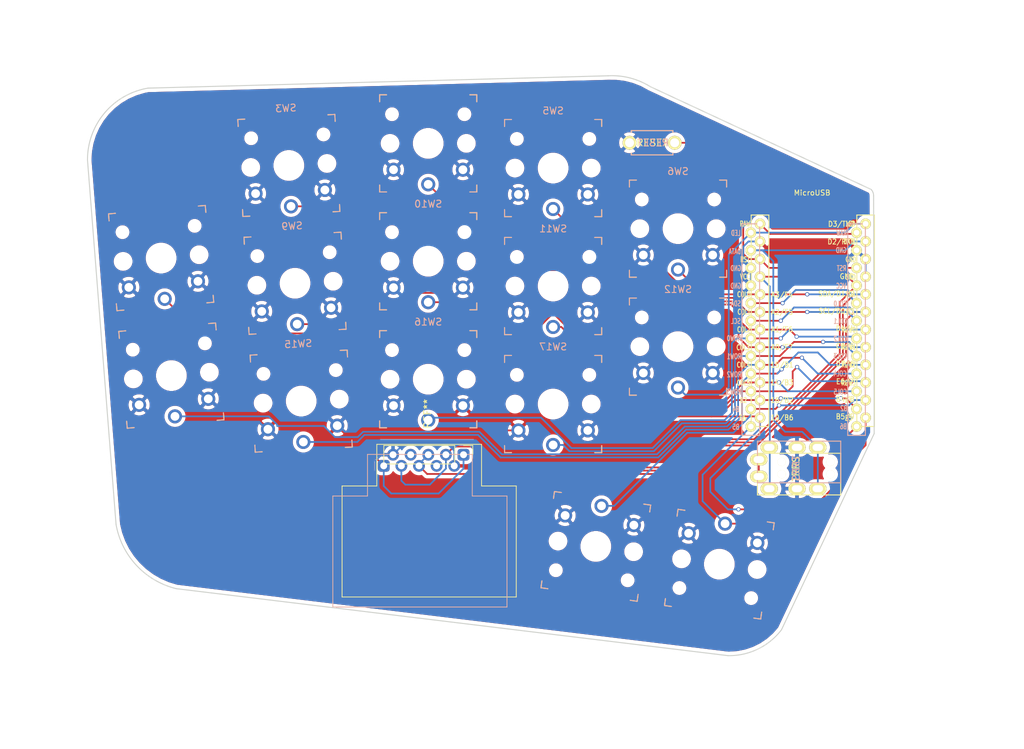
<source format=kicad_pcb>
(kicad_pcb (version 20211014) (generator pcbnew)
  (title_block (title "Corne Light") (date "2018-12-26") (rev "2.1") (company "foostan"))
  (layers (0 "F.Cu" signal) (31 "B.Cu" signal) (34 "B.Paste" user) (35 "F.Paste" user) (36 "B.SilkS" user "B.Silkscreen") (37 "F.SilkS" user "F.Silkscreen") (38 "B.Mask" user) (39 "F.Mask" user) (44 "Edge.Cuts" user))
  (net 0 "")
  (net 1 "row0")
  (net 2 "row1")
  (net 3 "row2")
  (net 4 "row3")
  (net 5 "Net-(D20-Pad2)")
  (net 6 "GND")
  (net 7 "VCC")
  (net 8 "col1")
  (net 9 "col2")
  (net 10 "col3")
  (net 11 "col4")
  (net 12 "col5")
  (net 13 "LED")
  (net 14 "data")
  (net 15 "reset")
  (net 16 "SCL")
  (net 17 "SDA")
  (net 18 "Net-(U1-Pad14)")
  (net 19 "Net-(U1-Pad13)")
  (net 20 "Net-(U1-Pad12)")
  (net 21 "Net-(U1-Pad11)")
  (net 22 "Net-(J1-PadA)")
  (net 23 "Net-(U1-Pad24)")
  (footprint "kbd:MJ-4PP-9" (layer "F.Cu") (at 139.446 72.644 -90)
    (fp_text reference "J1")
    (fp_text value "MJ-4PP-9" hide)
  )
  (footprint "chocs:SW_PG1350_reversible_b2" (layer "F.Cu") (at 41.5071 41.5092 5)
    (fp_text reference "SW2" hide)
    (fp_text value "SW_PUSH" hide)
  )
  (footprint "chocs:SW_PG1350_reversible_b2" (layer "F.Cu") (at 59.9166 28.1634 3)
    (fp_text reference "SW3" hide)
    (fp_text value "SW_PUSH" hide)
  )
  (footprint "chocs:SW_PG1350_reversible_b2" (layer "F.Cu") (at 80 24.98)
    (fp_text reference "SW4" hide)
    (fp_text value "SW_PUSH" hide)
  )
  (footprint "chocs:SW_PG1350_reversible_b2" (layer "F.Cu") (at 98 28.54)
    (fp_text reference "SW5" hide)
    (fp_text value "SW_PUSH" hide)
  )
  (footprint "chocs:SW_PG1350_reversible_b2" (layer "F.Cu") (at 116 37.27)
    (fp_text reference "SW6" hide)
    (fp_text value "SW_PUSH" hide)
  )
  (footprint "chocs:SW_PG1350_reversible_b2" (layer "F.Cu") (at 42.9888 58.4445 5)
    (fp_text reference "SW8" hide)
    (fp_text value "SW_PUSH" hide)
  )
  (footprint "chocs:SW_PG1350_reversible_b2" (layer "F.Cu") (at 60.8063 45.1401 3)
    (fp_text reference "SW9" hide)
    (fp_text value "SW_PUSH" hide)
  )
  (footprint "chocs:SW_PG1350_reversible_b2" (layer "F.Cu") (at 80 41.97)
    (fp_text reference "SW10" hide)
    (fp_text value "SW_PUSH" hide)
  )
  (footprint "chocs:SW_PG1350_reversible_b2" (layer "F.Cu") (at 98 45.54)
    (fp_text reference "SW11" hide)
    (fp_text value "SW_PUSH" hide)
  )
  (footprint "chocs:SW_PG1350_reversible_b2" (layer "F.Cu") (at 116 54.27)
    (fp_text reference "SW12" hide)
    (fp_text value "SW_PUSH" hide)
  )
  (footprint "chocs:SW_PG1350_reversible_b2" (layer "F.Cu") (at 61.6963 62.1218 3)
    (fp_text reference "SW15" hide)
    (fp_text value "SW_PUSH" hide)
  )
  (footprint "chocs:SW_PG1350_reversible_b2" (layer "F.Cu") (at 80 58.97)
    (fp_text reference "SW16" hide)
    (fp_text value "SW_PUSH" hide)
  )
  (footprint "chocs:SW_PG1350_reversible_b2" (layer "F.Cu") (at 98 62.545)
    (fp_text reference "SW17" hide)
    (fp_text value "SW_PUSH" hide)
  )
  (footprint "kbd:ProMicro_v2" (layer "F.Cu") (at 135.382 51.054)
    (fp_text reference "U1" hide)
    (fp_text value "ProMicro" hide)
  )
  (footprint "foostan:ResetSW" (layer "F.Cu") (at 112.268 24.892)
    (fp_text reference "RSW1" hide)
    (fp_text value "Val**")
  )
  (footprint "kbd:pimoroni_trackball_reversible" (layer "F.Cu") (at 85.09 69.85 -90)
    (fp_text reference "REF**")
    (fp_text value "pimoroni_trackball" hide)
  )
  (footprint "chocs:SW_PG1350_reversible_b2" (layer "B.Cu") (at 104.154 83.0631 -8)
    (fp_text reference "SW20" hide)
    (fp_text value "SW_PUSH" hide)
  )
  (footprint "chocs:SW_PG1350_reversible_b2" (layer "B.Cu") (at 121.957 85.6256 -8)
    (fp_text reference "SW21" hide)
    (fp_text value "SW_PUSH" hide)
  )
  (gr_line (start 43.688 89.154) (end 123.19 98.806) (layer "Edge.Cuts") (width 0.15))
  (gr_arc (start 143.816302 31.614407) (mid 144.091288 32.026275) (end 144.187844 32.512) (layer "Edge.Cuts") (width 0.15))
  (gr_arc (start 43.688 89.154) (mid 37.978029 85.819762) (end 35.014644 79.908818) (layer "Edge.Cuts") (width 0.15))
  (gr_arc (start 130.914271 95.075525) (mid 127.498036 97.864039) (end 123.19 98.806) (layer "Edge.Cuts") (width 0.15))
  (gr_line (start 130.914271 95.075525) (end 144.272 66.802) (layer "Edge.Cuts") (width 0.15))
  (gr_line (start 143.816302 31.614407) (end 112.016555 16.811266) (layer "Edge.Cuts") (width 0.15))
  (gr_line (start 105.918 15.24) (end 39.624 17.018) (layer "Edge.Cuts") (width 0.15))
  (gr_arc (start 105.918 15.24) (mid 109.088492 15.555164) (end 112.016555 16.811266) (layer "Edge.Cuts") (width 0.15))
  (gr_line (start 144.272 66.802) (end 144.187844 32.512) (layer "Edge.Cuts") (width 0.15))
  (gr_line (start 30.897623 27.391512) (end 35.014644 79.908818) (layer "Edge.Cuts") (width 0.15))
  (gr_arc (start 30.897623 27.391512) (mid 33.354254 20.600927) (end 39.624 17.018) (layer "Edge.Cuts") (width 0.15))
  (segment (start 130.81 53.086) (end 130.81 53.086) (width 0.25) (layer "F.Cu") (net 1))
  (segment (start 80 64.87) (end 80.164 64.87) (width 0.25) (layer "F.Cu") (net 1))
  (segment (start 126.492 53.086) (end 130.81 53.086) (width 0.25) (layer "F.Cu") (net 1))
  (via (at 130.81 53.086) (size 0.6) (drill 0.4) (layers "F.Cu" "B.Cu") (net 1))
  (segment (start 116.35759 64.87) (end 112.341609 68.885981) (width 0.25) (layer "B.Cu") (net 1))
  (segment (start 130.81 53.086) (end 132.08 51.816) (width 0.25) (layer "B.Cu") (net 1))
  (segment (start 96.266 64.516) (end 80.354 64.516) (width 0.25) (layer "B.Cu") (net 1))
  (segment (start 122.70759 64.87) (end 116.35759 64.87) (width 0.25) (layer "B.Cu") (net 1))
  (segment (start 132.08 51.816) (end 143.0384 51.816) (width 0.25) (layer "B.Cu") (net 1))
  (segment (start 123.760795 53.785205) (end 123.760795 63.816795) (width 0.25) (layer "B.Cu") (net 1))
  (segment (start 126.492 53.086) (end 124.46 53.086) (width 0.25) (layer "B.Cu") (net 1))
  (segment (start 124.46 53.086) (end 123.760795 53.785205) (width 0.25) (layer "B.Cu") (net 1))
  (segment (start 123.760795 63.816795) (end 122.70759 64.87) (width 0.25) (layer "B.Cu") (net 1))
  (segment (start 80.354 64.516) (end 80 64.87) (width 0.25) (layer "B.Cu") (net 1))
  (segment (start 100.635981 68.885981) (end 96.266 64.516) (width 0.25) (layer "B.Cu") (net 1))
  (segment (start 112.341609 68.885981) (end 100.635981 68.885981) (width 0.25) (layer "B.Cu") (net 1))
  (segment (start 136.906 53.594) (end 136.906 53.594) (width 0.25) (layer "F.Cu") (net 2))
  (segment (start 130.68159 55.626) (end 132.71359 53.594) (width 0.25) (layer "F.Cu") (net 2))
  (segment (start 132.71359 53.594) (end 136.906 53.594) (width 0.25) (layer "F.Cu") (net 2))
  (segment (start 126.492 55.626) (end 130.68159 55.626) (width 0.25) (layer "F.Cu") (net 2))
  (via (at 136.906 53.594) (size 0.6) (drill 0.4) (layers "F.Cu" "B.Cu") (net 2))
  (segment (start 141.406999 54.356) (end 143.0384 54.356) (width 0.25) (layer "B.Cu") (net 2))
  (segment (start 136.906 53.594) (end 140.644999 53.594) (width 0.25) (layer "B.Cu") (net 2))
  (segment (start 100.327831 69.335991) (end 112.528009 69.335991) (width 0.25) (layer "B.Cu") (net 2))
  (segment (start 124.210805 56.134) (end 124.718805 55.626) (width 0.25) (layer "B.Cu") (net 2))
  (segment (start 122.89399 65.32001) (end 124.210805 64.003195) (width 0.25) (layer "B.Cu") (net 2))
  (segment (start 112.528009 69.335991) (end 116.54399 65.32001) (width 0.25) (layer "B.Cu") (net 2))
  (segment (start 98 68.445) (end 99.43684 68.445) (width 0.25) (layer "B.Cu") (net 2))
  (segment (start 99.43684 68.445) (end 100.327831 69.335991) (width 0.25) (layer "B.Cu") (net 2))
  (segment (start 124.210805 64.003195) (end 124.210805 56.134) (width 0.25) (layer "B.Cu") (net 2))
  (segment (start 140.644999 53.594) (end 141.406999 54.356) (width 0.25) (layer "B.Cu") (net 2))
  (segment (start 124.718805 55.626) (end 126.492 55.626) (width 0.25) (layer "B.Cu") (net 2))
  (segment (start 116.54399 65.32001) (end 122.89399 65.32001) (width 0.25) (layer "B.Cu") (net 2))
  (segment (start 130.302 58.166) (end 130.048 58.166) (width 0.25) (layer "F.Cu") (net 3))
  (segment (start 130.937 57.531) (end 130.302 58.166) (width 0.25) (layer "F.Cu") (net 3))
  (segment (start 126.492 58.166) (end 130.048 58.166) (width 0.25) (layer "F.Cu") (net 3))
  (via (at 130.937 57.531) (size 0.6) (drill 0.4) (layers "F.Cu" "B.Cu") (net 3))
  (segment (start 130.937 57.531) (end 130.302 58.166) (width 0.25) (layer "B.Cu") (net 3))
  (segment (start 87.1896 66.99801) (end 70.7984 66.99801) (width 0.25) (layer "B.Cu") (net 3))
  (segment (start 136.280999 55.254999) (end 136.144 55.118) (width 0.25) (layer "B.Cu") (net 3))
  (segment (start 123.25081 66.23601) (end 117.15481 66.23601) (width 0.25) (layer "B.Cu") (net 3))
  (segment (start 133.35 55.118) (end 130.937 57.531) (width 0.25) (layer "B.Cu") (net 3))
  (segment (start 125.222 59.436) (end 125.222 64.26482) (width 0.25) (layer "B.Cu") (net 3))
  (segment (start 113.154809 70.236011) (end 90.4276 70.23601) (width 0.25) (layer "B.Cu") (net 3))
  (segment (start 136.144 55.118) (end 133.35 55.118) (width 0.25) (layer "B.Cu") (net 3))
  (segment (start 69.782696 68.013714) (end 62.005082 68.013714) (width 0.25) (layer "B.Cu") (net 3))
  (segment (start 125.222 64.26482) (end 123.25081 66.23601) (width 0.25) (layer "B.Cu") (net 3))
  (segment (start 117.15481 66.23601) (end 113.154809 70.236011) (width 0.25) (layer "B.Cu") (net 3))
  (segment (start 70.7984 66.99801) (end 69.782696 68.013714) (width 0.25) (layer "B.Cu") (net 3))
  (segment (start 90.4276 70.23601) (end 87.1896 66.99801) (width 0.25) (layer "B.Cu") (net 3))
  (segment (start 126.492 58.166) (end 125.222 59.436) (width 0.25) (layer "B.Cu") (net 3))
  (segment (start 137.922 56.896) (end 136.280999 55.254999) (width 0.25) (layer "B.Cu") (net 3))
  (segment (start 143.0384 56.896) (end 137.922 56.896) (width 0.25) (layer "B.Cu") (net 3))
  (segment (start 133.160205 57.214205) (end 133.22441 57.15) (width 0.25) (layer "F.Cu") (net 4))
  (segment (start 81.741001 46.528999) (end 77.802591 46.528999) (width 0.25) (layer "F.Cu") (net 4))
  (segment (start 106.62201 58.78919) (end 106.62201 57.440918) (width 0.25) (layer "F.Cu") (net 4))
  (segment (start 126.492 60.706) (end 131.826 60.706) (width 0.25) (layer "F.Cu") (net 4))
  (segment (start 47.007585 52.373015) (end 42.021319 47.386749) (width 0.25) (layer "F.Cu") (net 4))
  (segment (start 126.492 60.706) (end 124.83959 60.706) (width 0.25) (layer "F.Cu") (net 4))
  (segment (start 77.802591 46.528999) (end 71.958575 52.373015) (width 0.25) (layer "F.Cu") (net 4))
  (segment (start 98.372742 49.19165) (end 97.62035 49.19165) (width 0.25) (layer "F.Cu") (net 4))
  (segment (start 111.265801 63.432981) (end 106.62201 58.78919) (width 0.25) (layer "F.Cu") (net 4))
  (segment (start 94.996 51.816) (end 86.48841 51.816) (width 0.25) (layer "F.Cu") (net 4))
  (segment (start 131.826 60.706) (end 132.525205 60.006795) (width 0.25) (layer "F.Cu") (net 4))
  (segment (start 106.62201 57.440918) (end 98.372742 49.19165) (width 0.25) (layer "F.Cu") (net 4))
  (segment (start 71.958575 52.373015) (end 47.007585 52.373015) (width 0.25) (layer "F.Cu") (net 4))
  (segment (start 132.525205 60.006795) (end 132.525205 57.849205) (width 0.25) (layer "F.Cu") (net 4))
  (segment (start 132.525205 57.849205) (end 133.160205 57.214205) (width 0.25) (layer "F.Cu") (net 4))
  (segment (start 122.112609 63.432981) (end 111.265801 63.432981) (width 0.25) (layer "F.Cu") (net 4))
  (segment (start 82.106205 47.433795) (end 82.106205 46.894203) (width 0.25) (layer "F.Cu") (net 4))
  (segment (start 97.62035 49.19165) (end 94.996 51.816) (width 0.25) (layer "F.Cu") (net 4))
  (segment (start 86.48841 51.816) (end 82.106205 47.433795) (width 0.25) (layer "F.Cu") (net 4))
  (segment (start 82.106205 46.894203) (end 81.741001 46.528999) (width 0.25) (layer "F.Cu") (net 4))
  (segment (start 124.83959 60.706) (end 122.112609 63.432981) (width 0.25) (layer "F.Cu") (net 4))
  (via (at 133.160205 57.214205) (size 0.6) (drill 0.4) (layers "F.Cu" "B.Cu") (net 4))
  (segment (start 135.199001 59.253001) (end 142.855401 59.253001) (width 0.25) (layer "B.Cu") (net 4))
  (segment (start 142.855401 59.253001) (end 143.0384 59.436) (width 0.25) (layer "B.Cu") (net 4))
  (segment (start 133.160205 57.214205) (end 135.199001 59.253001) (width 0.25) (layer "B.Cu") (net 4))
  (segment (start 131.064 46.736) (end 131.064 46.736) (width 0.25) (layer "F.Cu") (net 5))
  (segment (start 127.8184 46.736) (end 131.064 46.736) (width 0.25) (layer "F.Cu") (net 5))
  (segment (start 127.8184 46.736) (end 119.566 46.736) (width 0.25) (layer "F.Cu") (net 5))
  (segment (start 134.62 46.736) (end 131.064 46.736) (width 0.25) (layer "F.Cu") (net 5))
  (segment (start 119.566 46.736) (end 116 43.17) (width 0.25) (layer "F.Cu") (net 5))
  (via (at 134.62 46.736) (size 0.6) (drill 0.4) (layers "F.Cu" "B.Cu") (net 5))
  (segment (start 140.462 46.736) (end 141.732 48.006) (width 0.25) (layer "B.Cu") (net 5))
  (segment (start 140.462 46.736) (end 134.62 46.736) (width 0.25) (layer "B.Cu") (net 5))
  (segment (start 93 66.345) (end 88.575 66.345) (width 0.25) (layer "F.Cu") (net 6))
  (segment (start 88.575 66.345) (end 85 62.77) (width 0.25) (layer "F.Cu") (net 6))
  (segment (start 82.55 68.072) (end 76.708 68.072) (width 0.25) (layer "B.Cu") (net 6))
  (segment (start 125.404999 41.838999) (end 126.492 42.926) (width 0.25) (layer "B.Cu") (net 6))
  (segment (start 83.75 69.272) (end 82.55 68.072) (width 0.25) (layer "B.Cu") (net 6))
  (segment (start 143.0384 41.656) (end 143.0384 44.196) (width 0.25) (layer "B.Cu") (net 6))
  (segment (start 127.8184 39.116) (end 126.153238 39.116) (width 0.25) (layer "B.Cu") (net 6))
  (segment (start 72.41499 73.8134) (end 64.537157 73.8134) (width 0.25) (layer "B.Cu") (net 6))
  (segment (start 83.75 71.45) (end 83.75 69.272) (width 0.25) (layer "B.Cu") (net 6))
  (segment (start 74.93 69.85) (end 73.279324 69.85) (width 0.25) (layer "B.Cu") (net 6))
  (segment (start 72.41499 70.714334) (end 72.41499 73.8134) (width 0.25) (layer "B.Cu") (net 6))
  (segment (start 143.0384 41.656) (end 143.002 41.656) (width 0.25) (layer "B.Cu") (net 6))
  (segment (start 143.002 41.656) (end 141.732 40.386) (width 0.25) (layer "B.Cu") (net 6))
  (segment (start 125.404999 39.864239) (end 125.404999 41.838999) (width 0.25) (layer "B.Cu") (net 6))
  (segment (start 133.146 68.794) (end 133.146 74.744) (width 0.25) (layer "B.Cu") (net 6))
  (segment (start 76.708 68.072) (end 74.93 69.85) (width 0.25) (layer "B.Cu") (net 6))
  (segment (start 126.492 42.926) (end 126.492 45.466) (width 0.25) (layer "B.Cu") (net 6))
  (segment (start 126.153238 39.116) (end 125.404999 39.864239) (width 0.25) (layer "B.Cu") (net 6))
  (segment (start 64.537157 73.8134) (end 56.902029 66.178272) (width 0.25) (layer "B.Cu") (net 6))
  (segment (start 73.279324 69.85) (end 72.41499 70.714334) (width 0.25) (layer "B.Cu") (net 6))
  (segment (start 128.905401 65.659401) (end 128.778401 65.786401) (width 0.25) (layer "F.Cu") (net 7))
  (segment (start 119.954029 67.623561) (end 126.981904 67.623561) (width 0.25) (layer "F.Cu") (net 7))
  (segment (start 127.508 67.056802) (end 128.778401 65.786401) (width 0.25) (layer "F.Cu") (net 7))
  (segment (start 126.981904 67.623561) (end 127.508 67.097465) (width 0.25) (layer "F.Cu") (net 7))
  (segment (start 131.572401 62.992401) (end 128.778401 65.786401) (width 0.25) (layer "F.Cu") (net 7))
  (segment (start 139.30798 55.297485) (end 139.267317 55.297485) (width 0.25) (layer "F.Cu") (net 7))
  (segment (start 73.59 71.45) (end 71.882 69.742) (width 0.25) (layer "F.Cu") (net 7))
  (segment (start 89.8484 71.68599) (end 115.8916 71.68599) (width 0.25) (layer "F.Cu") (net 7))
  (segment (start 115.8916 71.68599) (end 119.954029 67.623561) (width 0.25) (layer "F.Cu") (net 7))
  (segment (start 71.882 69.742) (end 71.882 69.596) (width 0.25) (layer "F.Cu") (net 7))
  (segment (start 140.462 44.196) (end 141.732 45.466) (width 0.25) (layer "F.Cu") (net 7))
  (segment (start 127.508 67.097465) (end 127.508 67.056802) (width 0.25) (layer "F.Cu") (net 7))
  (segment (start 139.267317 55.297485) (end 131.572401 62.992401) (width 0.25) (layer "F.Cu") (net 7))
  (segment (start 127.8184 44.196) (end 140.462 44.196) (width 0.25) (layer "F.Cu") (net 7))
  (segment (start 73.25302 68.22498) (end 86.38739 68.22498) (width 0.25) (layer "F.Cu") (net 7))
  (segment (start 86.38739 68.22498) (end 89.8484 71.68599) (width 0.25) (layer "F.Cu") (net 7))
  (segment (start 141.732 45.466) (end 139.30798 47.89002) (width 0.25) (layer "F.Cu") (net 7))
  (segment (start 139.30798 47.89002) (end 139.30798 55.297485) (width 0.25) (layer "F.Cu") (net 7))
  (segment (start 71.882 69.596) (end 73.25302 68.22498) (width 0.25) (layer "F.Cu") (net 7))
  (segment (start 81.501002 75.438) (end 74.676 75.438) (width 0.25) (layer "B.Cu") (net 7))
  (segment (start 129.22101 74.66899) (end 129.146 74.744) (width 0.25) (layer "B.Cu") (net 7))
  (segment (start 129.22101 68.86901) (end 129.22101 74.66899) (width 0.25) (layer "B.Cu") (net 7))
  (segment (start 129.22101 68.71899) (end 129.146 68.794) (width 0.25) (layer "B.Cu") (net 7))
  (segment (start 129.22101 45.59861) (end 129.22101 68.71899) (width 0.25) (layer "B.Cu") (net 7))
  (segment (start 74.676 75.438) (end 73.59 74.352) (width 0.25) (layer "B.Cu") (net 7))
  (segment (start 85.09 69.85) (end 85.09 71.849002) (width 0.25) (layer "B.Cu") (net 7))
  (segment (start 127.8184 44.196) (end 129.22101 45.59861) (width 0.25) (layer "B.Cu") (net 7))
  (segment (start 129.146 68.794) (end 129.22101 68.86901) (width 0.25) (layer "B.Cu") (net 7))
  (segment (start 85.09 71.849002) (end 81.501002 75.438) (width 0.25) (layer "B.Cu") (net 7))
  (segment (start 73.59 74.352) (end 73.59 71.45) (width 0.25) (layer "B.Cu") (net 7))
  (segment (start 131.318 49.276) (end 131.318 49.276) (width 0.25) (layer "F.Cu") (net 8))
  (segment (start 131.318 49.276) (end 134.62 49.276) (width 0.25) (layer "F.Cu") (net 8))
  (segment (start 123.952 47.244) (end 125.984 49.276) (width 0.25) (layer "F.Cu") (net 8))
  (segment (start 108.456899 43.050489) (end 113.895807 43.050489) (width 0.25) (layer "F.Cu") (net 8))
  (segment (start 113.895807 43.050489) (end 118.089318 47.244) (width 0.25) (layer "F.Cu") (net 8))
  (segment (start 125.984 49.276) (end 127.8184 49.276) (width 0.25) (layer "F.Cu") (net 8))
  (segment (start 118.089318 47.244) (end 123.952 47.244) (width 0.25) (layer "F.Cu") (net 8))
  (segment (start 105.78199 42.22199) (end 107.628401 42.221991) (width 0.25) (layer "F.Cu") (net 8))
  (segment (start 98 34.44) (end 105.78199 42.22199) (width 0.25) (layer "F.Cu") (net 8))
  (segment (start 127.8184 49.276) (end 131.318 49.276) (width 0.25) (layer "F.Cu") (net 8))
  (segment (start 107.628401 42.221991) (end 108.456899 43.050489) (width 0.25) (layer "F.Cu") (net 8))
  (via (at 134.62 49.276) (size 0.6) (drill 0.4) (layers "F.Cu" "B.Cu") (net 8))
  (segment (start 140.462 49.276) (end 134.62 49.276) (width 0.25) (layer "B.Cu") (net 8))
  (segment (start 140.462 49.276) (end 141.732 50.546) (width 0.25) (layer "B.Cu") (net 8))
  (segment (start 132.08 51.816) (end 133.096 52.832) (width 0.25) (layer "F.Cu") (net 9))
  (segment (start 123.82359 47.752) (end 125.179619 49.108029) (width 0.25) (layer "F.Cu") (net 9))
  (segment (start 89.916 40.894) (end 91.694 42.672) (width 0.25) (layer "F.Cu") (net 9))
  (segment (start 107.442 42.672) (end 108.270499 43.500499) (width 0.25) (layer "F.Cu") (net 9))
  (segment (start 125.179619 50.842381) (end 126.153238 51.816) (width 0.25) (layer "F.Cu") (net 9))
  (segment (start 125.179619 49.108029) (end 125.179619 50.842381) (width 0.25) (layer "F.Cu") (net 9))
  (segment (start 117.960908 47.752) (end 123.82359 47.752) (width 0.25) (layer "F.Cu") (net 9))
  (segment (start 89.916 40.796) (end 89.916 40.894) (width 0.25) (layer "F.Cu") (net 9))
  (segment (start 127.8184 51.816) (end 132.08 51.816) (width 0.25) (layer "F.Cu") (net 9))
  (segment (start 80 30.88) (end 89.916 40.796) (width 0.25) (layer "F.Cu") (net 9))
  (segment (start 126.153238 51.816) (end 127.8184 51.816) (width 0.25) (layer "F.Cu") (net 9))
  (segment (start 108.270499 43.500499) (end 113.709407 43.500499) (width 0.25) (layer "F.Cu") (net 9))
  (segment (start 113.709407 43.500499) (end 117.960908 47.752) (width 0.25) (layer "F.Cu") (net 9))
  (segment (start 91.694 42.672) (end 107.442 42.672) (width 0.25) (layer "F.Cu") (net 9))
  (via (at 133.096 52.832) (size 0.6) (drill 0.4) (layers "F.Cu" "B.Cu") (net 9))
  (segment (start 141.478 52.832) (end 141.732 53.086) (width 0.25) (layer "B.Cu") (net 9))
  (segment (start 133.096 52.832) (end 141.478 52.832) (width 0.25) (layer "B.Cu") (net 9))
  (segment (start 131.064 54.356) (end 131.064 54.356) (width 0.25) (layer "F.Cu") (net 10))
  (segment (start 60.225382 34.055314) (end 67.329314 34.055314) (width 0.25) (layer "F.Cu") (net 10))
  (segment (start 124.729609 52.932371) (end 126.153238 54.356) (width 0.25) (layer "F.Cu") (net 10))
  (segment (start 72.644 39.37) (end 87.85359 39.37) (width 0.25) (layer "F.Cu") (net 10))
  (segment (start 89.465991 41.080401) (end 91.629795 43.244205) (width 0.25) (layer "F.Cu") (net 10))
  (segment (start 108.084099 43.950509) (end 113.523007 43.950509) (width 0.25) (layer "F.Cu") (net 10))
  (segment (start 107.377795 43.244205) (end 108.084099 43.950509) (width 0.25) (layer "F.Cu") (net 10))
  (segment (start 127.8184 54.356) (end 131.064 54.356) (width 0.25) (layer "F.Cu") (net 10))
  (segment (start 124.729609 49.294429) (end 124.729609 52.932371) (width 0.25) (layer "F.Cu") (net 10))
  (segment (start 123.63719 48.20201) (end 124.729609 49.294429) (width 0.25) (layer "F.Cu") (net 10))
  (segment (start 87.85359 39.37) (end 89.46599 40.9824) (width 0.25) (layer "F.Cu") (net 10))
  (segment (start 91.629795 43.244205) (end 107.377795 43.244205) (width 0.25) (layer "F.Cu") (net 10))
  (segment (start 117.774508 48.20201) (end 123.63719 48.20201) (width 0.25) (layer "F.Cu") (net 10))
  (segment (start 67.329314 34.055314) (end 72.644 39.37) (width 0.25) (layer "F.Cu") (net 10))
  (segment (start 113.523007 43.950509) (end 117.774508 48.20201) (width 0.25) (layer "F.Cu") (net 10))
  (segment (start 89.46599 40.9824) (end 89.465991 41.080401) (width 0.25) (layer "F.Cu") (net 10))
  (segment (start 126.153238 54.356) (end 127.8184 54.356) (width 0.25) (layer "F.Cu") (net 10))
  (via (at 131.064 54.356) (size 0.6) (drill 0.4) (layers "F.Cu" "B.Cu") (net 10))
  (segment (start 131.064 54.356) (end 140.462 54.356) (width 0.25) (layer "B.Cu") (net 10))
  (segment (start 140.462 54.356) (end 141.732 55.626) (width 0.25) (layer "B.Cu") (net 10))
  (segment (start 131.064 55.88) (end 130.048 56.896) (width 0.25) (layer "F.Cu") (net 11))
  (segment (start 133.858 55.88) (end 131.064 55.88) (width 0.25) (layer "F.Cu") (net 11))
  (segment (start 127.8184 56.896) (end 130.048 56.896) (width 0.25) (layer "F.Cu") (net 11))
  (via (at 133.858 55.88) (size 0.6) (drill 0.4) (layers "F.Cu" "B.Cu") (net 11))
  (segment (start 133.858 55.88) (end 133.858 55.88) (width 0.25) (layer "B.Cu") (net 11))
  (segment (start 112.968409 69.786001) (end 116.96841 65.786) (width 0.25) (layer "B.Cu") (net 11))
  (segment (start 70.612 66.548) (end 87.376 66.548) (width 0.25) (layer "B.Cu") (net 11))
  (segment (start 66.553365 67.304635) (end 69.855365 67.304635) (width 0.25) (layer "B.Cu") (net 11))
  (segment (start 58.24303 65.534591) (end 58.24303 65.70897) (width 0.25) (layer "B.Cu") (net 11))
  (segment (start 141.732 58.166) (end 136.144 58.166) (width 0.25) (layer "B.Cu") (net 11))
  (segment (start 124.660815 58.388423) (end 126.153238 56.896) (width 0.25) (layer "B.Cu") (net 11))
  (segment (start 90.614001 69.786001) (end 112.968409 69.786001) (width 0.25) (layer "B.Cu") (net 11))
  (segment (start 136.144 58.166) (end 133.858 55.88) (width 0.25) (layer "B.Cu") (net 11))
  (segment (start 122.682 65.786) (end 122.69798 65.77002) (width 0.25) (layer "B.Cu") (net 11))
  (segment (start 69.855365 67.304635) (end 70.612 66.548) (width 0.25) (layer "B.Cu") (net 11))
  (segment (start 58.24303 65.70897) (end 64.9577 65.70897) (width 0.25) (layer "B.Cu") (net 11))
  (segment (start 64.9577 65.70897) (end 66.553365 67.304635) (width 0.25) (layer "B.Cu") (net 11))
  (segment (start 122.69798 65.77002) (end 123.080391 65.770019) (width 0.25) (layer "B.Cu") (net 11))
  (segment (start 124.660815 64.189595) (end 124.660815 58.388423) (width 0.25) (layer "B.Cu") (net 11))
  (segment (start 57.030488 64.322049) (end 58.24303 65.534591) (width 0.25) (layer "B.Cu") (net 11))
  (segment (start 87.376 66.548) (end 90.614001 69.786001) (width 0.25) (layer "B.Cu") (net 11))
  (segment (start 116.96841 65.786) (end 122.682 65.786) (width 0.25) (layer "B.Cu") (net 11))
  (segment (start 126.153238 56.896) (end 127.8184 56.896) (width 0.25) (layer "B.Cu") (net 11))
  (segment (start 43.503019 64.322049) (end 57.030488 64.322049) (width 0.25) (layer "B.Cu") (net 11))
  (segment (start 123.080391 65.770019) (end 124.660815 64.189595) (width 0.25) (layer "B.Cu") (net 11))
  (segment (start 130.556 59.436) (end 130.556 59.436) (width 0.25) (layer "F.Cu") (net 12))
  (segment (start 107.07202 57.254518) (end 107.07202 58.60279) (width 0.25) (layer "F.Cu") (net 12))
  (segment (start 98.559143 48.741641) (end 107.07202 57.254518) (width 0.25) (layer "F.Cu") (net 12))
  (segment (start 86.67481 51.36599) (end 94.8096 51.36599) (width 0.25) (layer "F.Cu") (net 12))
  (segment (start 107.07202 58.60279) (end 111.452201 62.982971) (width 0.25) (layer "F.Cu") (net 12))
  (segment (start 81.927402 46.07899) (end 82.556215 46.707803) (width 0.25) (layer "F.Cu") (net 12))
  (segment (start 126.10959 59.436) (end 126.746 59.436) (width 0.25) (layer "F.Cu") (net 12))
  (segment (start 127.8184 59.436) (end 130.302 59.436) (width 0.25) (layer "F.Cu") (net 12))
  (segment (start 82.556215 46.707803) (end 82.556215 47.247395) (width 0.25) (layer "F.Cu") (net 12))
  (segment (start 72.663166 51.032014) (end 77.61619 46.07899) (width 0.25) (layer "F.Cu") (net 12))
  (segment (start 82.556215 47.247395) (end 86.67481 51.36599) (width 0.25) (layer "F.Cu") (net 12))
  (segment (start 111.452201 62.982971) (end 121.926209 62.982971) (width 0.25) (layer "F.Cu") (net 12))
  (segment (start 61.115082 51.032014) (end 72.663166 51.032014) (width 0.25) (layer "F.Cu") (net 12))
  (segment (start 130.302 59.436) (end 130.556 59.436) (width 0.25) (layer "F.Cu") (net 12))
  (segment (start 125.47318 59.436) (end 126.746 59.436) (width 0.25) (layer "F.Cu") (net 12))
  (segment (start 94.8096 51.36599) (end 97.43395 48.74164) (width 0.25) (layer "F.Cu") (net 12))
  (segment (start 97.43395 48.74164) (end 98.559143 48.741641) (width 0.25) (layer "F.Cu") (net 12))
  (segment (start 77.61619 46.07899) (end 81.927402 46.07899) (width 0.25) (layer "F.Cu") (net 12))
  (segment (start 126.746 59.436) (end 127.8184 59.436) (width 0.25) (layer "F.Cu") (net 12))
  (segment (start 121.926209 62.982971) (end 125.47318 59.436) (width 0.25) (layer "F.Cu") (net 12))
  (via (at 130.556 59.436) (size 0.6) (drill 0.4) (layers "F.Cu" "B.Cu") (net 12))
  (segment (start 130.556 59.436) (end 131.826 60.706) (width 0.25) (layer "B.Cu") (net 12))
  (segment (start 131.826 60.706) (end 141.732 60.706) (width 0.25) (layer "B.Cu") (net 12))
  (segment (start 122.294786 61.185999) (end 123.310785 60.17) (width 0.25) (layer "B.Cu") (net 13))
  (segment (start 116 60.17) (end 117.015999 61.185999) (width 0.25) (layer "B.Cu") (net 13))
  (segment (start 140.123238 37.846) (end 141.393238 36.576) (width 0.25) (layer "B.Cu") (net 13))
  (segment (start 123.310785 60.17) (end 123.310785 41.027215) (width 0.25) (layer "B.Cu") (net 13))
  (segment (start 141.393238 36.576) (end 143.0384 36.576) (width 0.25) (layer "B.Cu") (net 13))
  (segment (start 117.015999 61.185999) (end 122.294786 61.185999) (width 0.25) (layer "B.Cu") (net 13))
  (segment (start 126.492 37.846) (end 140.123238 37.846) (width 0.25) (layer "B.Cu") (net 13))
  (segment (start 123.310785 41.027215) (end 126.492 37.846) (width 0.25) (layer "B.Cu") (net 13))
  (segment (start 129.73601 64.843562) (end 131.440448 66.548) (width 0.25) (layer "B.Cu") (net 14))
  (segment (start 129.73601 41.964848) (end 129.73601 64.843562) (width 0.25) (layer "B.Cu") (net 14))
  (segment (start 136.146 68.794) (end 136.146 74.744) (width 0.25) (layer "B.Cu") (net 14))
  (segment (start 126.492 40.386) (end 140.123238 40.386) (width 0.25) (layer "B.Cu") (net 14))
  (segment (start 133.9 66.548) (end 136.146 68.794) (width 0.25) (layer "B.Cu") (net 14))
  (segment (start 131.440448 66.548) (end 133.9 66.548) (width 0.25) (layer "B.Cu") (net 14))
  (segment (start 128.157162 40.386) (end 129.73601 41.964848) (width 0.25) (layer "B.Cu") (net 14))
  (segment (start 141.393238 39.116) (end 143.0384 39.116) (width 0.25) (layer "B.Cu") (net 14))
  (segment (start 126.492 40.386) (end 128.157162 40.386) (width 0.25) (layer "B.Cu") (net 14))
  (segment (start 140.123238 40.386) (end 141.393238 39.116) (width 0.25) (layer "B.Cu") (net 14))
  (segment (start 129.0884 42.926) (end 127.8184 41.656) (width 0.25) (layer "F.Cu") (net 15))
  (segment (start 125.404999 40.907761) (end 126.153238 41.656) (width 0.25) (layer "F.Cu") (net 15))
  (segment (start 126.153238 41.656) (end 127.8184 41.656) (width 0.25) (layer "F.Cu") (net 15))
  (segment (start 125.404999 31.678999) (end 125.404999 40.907761) (width 0.25) (layer "F.Cu") (net 15))
  (segment (start 118.618 24.892) (end 125.404999 31.678999) (width 0.25) (layer "F.Cu") (net 15))
  (segment (start 115.518 24.892) (end 118.618 24.892) (width 0.25) (layer "F.Cu") (net 15))
  (segment (start 141.732 42.926) (end 129.0884 42.926) (width 0.25) (layer "F.Cu") (net 15))
  (segment (start 130.81 50.546) (end 130.81 50.546) (width 0.25) (layer "F.Cu") (net 16))
  (segment (start 120.27041 68.58) (end 116.264401 72.586009) (width 0.25) (layer "F.Cu") (net 16))
  (segment (start 121.214419 68.523581) (end 121.158 68.58) (width 0.25) (layer "F.Cu") (net 16))
  (segment (start 141.393238 49.276) (end 140.208 50.461238) (width 0.25) (layer "F.Cu") (net 16))
  (segment (start 79.845001 72.625001) (end 78.67 71.45) (width 0.25) (layer "F.Cu") (net 16))
  (segment (start 126.492 50.546) (end 130.81 50.546) (width 0.25) (layer "F.Cu") (net 16))
  (segment (start 140.208 50.461238) (end 140.208 55.670285) (width 0.25) (layer "F.Cu") (net 16))
  (segment (start 121.158 68.58) (end 120.27041 68.58) (width 0.25) (layer "F.Cu") (net 16))
  (segment (start 116.096999 72.625001) (end 79.845001 72.625001) (width 0.25) (layer "F.Cu") (net 16))
  (segment (start 140.208 55.670285) (end 127.354704 68.523581) (width 0.25) (layer "F.Cu") (net 16))
  (segment (start 116.135991 72.586009) (end 116.096999 72.625001) (width 0.25) (layer "F.Cu") (net 16))
  (segment (start 127.354704 68.523581) (end 121.214419 68.523581) (width 0.25) (layer "F.Cu") (net 16))
  (segment (start 116.264401 72.586009) (end 116.135991 72.586009) (width 0.25) (layer "F.Cu") (net 16))
  (segment (start 143.0384 49.276) (end 141.393238 49.276) (width 0.25) (layer "F.Cu") (net 16))
  (via (at 130.81 50.546) (size 0.6) (drill 0.4) (layers "F.Cu" "B.Cu") (net 16))
  (segment (start 132.724999 48.631001) (end 140.748239 48.631001) (width 0.25) (layer "B.Cu") (net 16))
  (segment (start 140.748239 48.631001) (end 141.393238 49.276) (width 0.25) (layer "B.Cu") (net 16))
  (segment (start 78.67 71.45) (end 78.67 71.19) (width 0.25) (layer "B.Cu") (net 16))
  (segment (start 78.67 71.19) (end 80.01 69.85) (width 0.25) (layer "B.Cu") (net 16))
  (segment (start 141.393238 49.276) (end 143.0384 49.276) (width 0.25) (layer "B.Cu") (net 16))
  (segment (start 130.81 50.546) (end 132.724999 48.631001) (width 0.25) (layer "B.Cu") (net 16))
  (segment (start 131.064 48.006) (end 131.064 48.006) (width 0.25) (layer "F.Cu") (net 17))
  (segment (start 143.0384 46.736) (end 141.393238 46.736) (width 0.25) (layer "F.Cu") (net 17))
  (segment (start 127.168304 68.073571) (end 120.140429 68.073571) (width 0.25) (layer "F.Cu") (net 17))
  (segment (start 139.75799 48.371248) (end 139.75799 55.483885) (width 0.25) (layer "F.Cu") (net 17))
  (segment (start 116.078 72.136) (end 89.662 72.136) (width 0.25) (layer "F.Cu") (net 17))
  (segment (start 126.492 48.006) (end 131.064 48.006) (width 0.25) (layer "F.Cu") (net 17))
  (segment (start 139.75799 55.483885) (end 127.168304 68.073571) (width 0.25) (layer "F.Cu") (net 17))
  (segment (start 89.662 72.136) (end 86.20099 68.67499) (width 0.25) (layer "F.Cu") (net 17))
  (segment (start 86.20099 68.67499) (end 83.72501 68.67499) (width 0.25) (layer "F.Cu") (net 17))
  (segment (start 141.393238 46.736) (end 139.75799 48.371248) (width 0.25) (layer "F.Cu") (net 17))
  (segment (start 83.72501 68.67499) (end 82.55 69.85) (width 0.25) (layer "F.Cu") (net 17))
  (segment (start 120.140429 68.073571) (end 116.078 72.136) (width 0.25) (layer "F.Cu") (net 17))
  (via (at 131.064 48.006) (size 0.6) (drill 0.4) (layers "F.Cu" "B.Cu") (net 17))
  (segment (start 140.473409 46.110999) (end 141.09841 46.736) (width 0.25) (layer "B.Cu") (net 17))
  (segment (start 132.959001 46.110999) (end 140.473409 46.110999) (width 0.25) (layer "B.Cu") (net 17))
  (segment (start 80.231002 74.168) (end 76.708 74.168) (width 0.25) (layer "B.Cu") (net 17))
  (segment (start 141.09841 46.736) (end 143.0384 46.736) (width 0.25) (layer "B.Cu") (net 17))
  (segment (start 76.13 73.59) (end 76.13 71.45) (width 0.25) (layer "B.Cu") (net 17))
  (segment (start 76.708 74.168) (end 76.13 73.59) (width 0.25) (layer "B.Cu") (net 17))
  (segment (start 82.55 69.85) (end 82.55 71.849002) (width 0.25) (layer "B.Cu") (net 17))
  (segment (start 82.55 71.849002) (end 80.231002 74.168) (width 0.25) (layer "B.Cu") (net 17))
  (segment (start 131.064 48.006) (end 132.959001 46.110999) (width 0.25) (layer "B.Cu") (net 17))
  (segment (start 130.81 61.722) (end 130.81 61.722) (width 0.25) (layer "F.Cu") (net 18))
  (segment (start 97.813659 49.641659) (end 98.186341 49.641659) (width 0.25) (layer "F.Cu") (net 18))
  (segment (start 130.556 61.976) (end 130.81 61.722) (width 0.25) (layer "F.Cu") (net 18))
  (segment (start 140.208 61.722) (end 141.732 63.246) (width 0.25) (layer "F.Cu") (net 18))
  (segment (start 80 47.87) (end 81.906 47.87) (width 0.25) (layer "F.Cu") (net 18))
  (segment (start 130.302 61.976) (end 130.556 61.976) (width 0.25) (layer "F.Cu") (net 18))
  (segment (start 124.206 61.976) (end 127.8184 61.976) (width 0.25) (layer "F.Cu") (net 18))
  (segment (start 95.131318 52.324) (end 97.813659 49.641659) (width 0.25) (layer "F.Cu") (net 18))
  (segment (start 81.906 47.87) (end 86.36 52.324) (width 0.25) (layer "F.Cu") (net 18))
  (segment (start 111.079401 63.882991) (end 122.299009 63.882991) (width 0.25) (layer "F.Cu") (net 18))
  (segment (start 106.172 57.627318) (end 106.172 58.97559) (width 0.25) (layer "F.Cu") (net 18))
  (segment (start 86.36 52.324) (end 95.131318 52.324) (width 0.25) (layer "F.Cu") (net 18))
  (segment (start 106.172 58.97559) (end 111.079401 63.882991) (width 0.25) (layer "F.Cu") (net 18))
  (segment (start 139.446 61.722) (end 140.208 61.722) (width 0.25) (layer "F.Cu") (net 18))
  (segment (start 98.186341 49.641659) (end 106.172 57.627318) (width 0.25) (layer "F.Cu") (net 18))
  (segment (start 122.299009 63.882991) (end 124.206 61.976) (width 0.25) (layer "F.Cu") (net 18))
  (segment (start 127.8184 61.976) (end 130.302 61.976) (width 0.25) (layer "F.Cu") (net 18))
  (via (at 130.81 61.722) (size 0.6) (drill 0.4) (layers "F.Cu" "B.Cu") (net 18))
  (via (at 139.446 61.722) (size 0.6) (drill 0.4) (layers "F.Cu" "B.Cu") (net 18))
  (segment (start 139.446 61.722) (end 139.446 61.722) (width 0.25) (layer "B.Cu") (net 18))
  (segment (start 130.81 61.722) (end 139.446 61.722) (width 0.25) (layer "B.Cu") (net 18))
  (segment (start 124.714 77.724) (end 124.714 77.724) (width 0.25) (layer "F.Cu") (net 19))
  (segment (start 141.732 65.786) (end 139.954 67.564) (width 0.25) (layer "F.Cu") (net 19))
  (segment (start 120.832999 64.333001) (end 127.635401 64.333001) (width 0.25) (layer "F.Cu") (net 19))
  (segment (start 105.72199 57.813718) (end 105.72199 59.16199) (width 0.25) (layer "F.Cu") (net 19))
  (segment (start 99.192 51.44) (end 100.076 52.324) (width 0.25) (layer "F.Cu") (net 19))
  (segment (start 127.635401 64.333001) (end 127.8184 64.516) (width 0.25) (layer "F.Cu") (net 19))
  (segment (start 139.954 67.564) (end 139.954 72.997714) (width 0.25) (layer "F.Cu") (net 19))
  (segment (start 100.232272 52.324) (end 105.72199 57.813718) (width 0.25) (layer "F.Cu") (net 19))
  (segment (start 141.732 65.786) (end 141.095009 66.422991) (width 0.25) (layer "F.Cu") (net 19))
  (segment (start 135.227715 77.724) (end 124.714 77.724) (width 0.25) (layer "F.Cu") (net 19))
  (segment (start 105.72199 59.16199) (end 110.893001 64.333001) (width 0.25) (layer "F.Cu") (net 19))
  (segment (start 100.076 52.324) (end 100.232272 52.324) (width 0.25) (layer "F.Cu") (net 19))
  (segment (start 98 51.44) (end 99.192 51.44) (width 0.25) (layer "F.Cu") (net 19))
  (segment (start 139.954 72.997714) (end 135.227715 77.724) (width 0.25) (layer "F.Cu") (net 19))
  (segment (start 110.893001 64.333001) (end 120.832999 64.333001) (width 0.25) (layer "F.Cu") (net 19))
  (via (at 124.714 77.724) (size 0.6) (drill 0.4) (layers "F.Cu" "B.Cu") (net 19))
  (segment (start 123.19 77.724) (end 124.714 77.724) (width 0.25) (layer "B.Cu") (net 19))
  (segment (start 127.8184 66.068362) (end 120.65 73.236762) (width 0.25) (layer "B.Cu") (net 19))
  (segment (start 120.65 75.184) (end 123.19 77.724) (width 0.25) (layer "B.Cu") (net 19))
  (segment (start 120.65 73.236762) (end 120.65 75.184) (width 0.25) (layer "B.Cu") (net 19))
  (segment (start 127.8184 64.516) (end 127.8184 66.068362) (width 0.25) (layer "B.Cu") (net 19))
  (segment (start 143.0384 64.516) (end 143.0384 68.476675) (width 0.25) (layer "F.Cu") (net 20))
  (segment (start 133.805106 79.783018) (end 132.869018 79.783018) (width 0.25) (layer "F.Cu") (net 20))
  (segment (start 143.0384 68.476675) (end 140.40401 71.111065) (width 0.25) (layer "F.Cu") (net 20))
  (segment (start 122.778121 79.783018) (end 132.869018 79.783018) (width 0.25) (layer "F.Cu") (net 20))
  (segment (start 140.404009 73.184115) (end 133.805106 79.783018) (width 0.25) (layer "F.Cu") (net 20))
  (segment (start 132.869018 79.783018) (end 133.168698 79.783018) (width 0.25) (layer "F.Cu") (net 20))
  (segment (start 140.40401 71.111065) (end 140.404009 73.184115) (width 0.25) (layer "F.Cu") (net 20))
  (segment (start 126.492 65.786) (end 119.541552 72.736448) (width 0.25) (layer "B.Cu") (net 20))
  (segment (start 119.541552 72.736448) (end 119.541552 76.546448) (width 0.25) (layer "B.Cu") (net 20))
  (segment (start 119.541552 76.546448) (end 122.778121 79.783018) (width 0.25) (layer "B.Cu") (net 20))
  (segment (start 130.556 62.738) (end 130.556 62.738) (width 0.25) (layer "F.Cu") (net 21))
  (segment (start 130.048 63.246) (end 130.302 62.992) (width 0.25) (layer "F.Cu") (net 21))
  (segment (start 130.302 62.992) (end 130.556 62.738) (width 0.25) (layer "F.Cu") (net 21))
  (segment (start 126.492 63.246) (end 130.048 63.246) (width 0.25) (layer "F.Cu") (net 21))
  (via (at 130.556 62.738) (size 0.6) (drill 0.4) (layers "F.Cu" "B.Cu") (net 21))
  (segment (start 130.556 62.738) (end 134.112 62.738) (width 0.25) (layer "B.Cu") (net 21))
  (segment (start 106.806712 77.220518) (end 104.975121 77.220518) (width 0.25) (layer "B.Cu") (net 21))
  (segment (start 141.406999 61.976) (end 143.0384 61.976) (width 0.25) (layer "B.Cu") (net 21))
  (segment (start 123.983218 66.68602) (end 120.02602 66.68602) (width 0.25) (layer "B.Cu") (net 21))
  (segment (start 140.644999 62.738) (end 141.406999 61.976) (width 0.25) (layer "B.Cu") (net 21))
  (segment (start 120.02602 66.68602) (end 117.34121 66.68602) (width 0.25) (layer "B.Cu") (net 21))
  (segment (start 117.34121 66.68602) (end 106.806712 77.220518) (width 0.25) (layer "B.Cu") (net 21))
  (segment (start 126.492 63.246) (end 126.492 64.177238) (width 0.25) (layer "B.Cu") (net 21))
  (segment (start 126.492 64.177238) (end 123.983218 66.68602) (width 0.25) (layer "B.Cu") (net 21))
  (segment (start 139.954 62.738) (end 140.644999 62.738) (width 0.25) (layer "B.Cu") (net 21))
  (segment (start 134.112 62.738) (end 139.954 62.738) (width 0.25) (layer "B.Cu") (net 21))
  (segment (start 127.646 70.544) (end 127.646 72.994) (width 0.25) (layer "F.Cu") (net 22))
  (segment (start 127.8184 36.576) (end 129.271399 38.028999) (width 0.25) (layer "F.Cu") (net 23))
  (segment (start 141.549001 38.028999) (end 141.732 37.846) (width 0.25) (layer "F.Cu") (net 23))
  (segment (start 129.271399 38.028999) (end 141.549001 38.028999) (width 0.25) (layer "F.Cu") (net 23))
  (zone (net 6) (net_name "GND") (layer "F.Cu") (connect_pads (clearance 0.508)) (min_thickness 0.254) (fill yes (thermal_gap 0.508) (thermal_bridge_width 0.508))
    (polygon (pts (xy 155.448 14.478) (xy 159.004 60.452) (xy 140.716 112.268) (xy 22.606 101.346) (xy 18.288 6.858) (xy 110.49 5.08)))
  )
  (zone (net 6) (net_name "GND") (layer "B.Cu") (connect_pads (clearance 0.508)) (min_thickness 0.254) (fill yes (thermal_gap 0.508) (thermal_bridge_width 0.508))
    (polygon (pts (xy 165.862 38.1) (xy 130.048 104.648) (xy 26.416 100.838) (xy 22.606 11.938) (xy 122.174 4.318)))
  )
)
</source>
